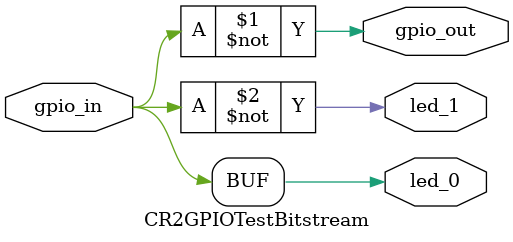
<source format=v>
`timescale 1ns / 1ps
/***********************************************************************************************************************
*                                                                                                                      *
* ANTIKERNEL v0.1                                                                                                      *
*                                                                                                                      *
* Copyright (c) 2012-2016 Andrew D. Zonenberg                                                                          *
* All rights reserved.                                                                                                 *
*                                                                                                                      *
* Redistribution and use in source and binary forms, with or without modification, are permitted provided that the     *
* following conditions are met:                                                                                        *
*                                                                                                                      *
*    * Redistributions of source code must retain the above copyright notice, this list of conditions, and the         *
*      following disclaimer.                                                                                           *
*                                                                                                                      *
*    * Redistributions in binary form must reproduce the above copyright notice, this list of conditions and the       *
*      following disclaimer in the documentation and/or other materials provided with the distribution.                *
*                                                                                                                      *
*    * Neither the name of the author nor the names of any contributors may be used to endorse or promote products     *
*      derived from this software without specific prior written permission.                                           *
*                                                                                                                      *
* THIS SOFTWARE IS PROVIDED BY THE AUTHORS "AS IS" AND ANY EXPRESS OR IMPLIED WARRANTIES, INCLUDING, BUT NOT LIMITED   *
* TO, THE IMPLIED WARRANTIES OF MERCHANTABILITY AND FITNESS FOR A PARTICULAR PURPOSE ARE DISCLAIMED. IN NO EVENT SHALL *
* THE AUTHORS BE HELD LIABLE FOR ANY DIRECT, INDIRECT, INCIDENTAL, SPECIAL, EXEMPLARY, OR CONSEQUENTIAL DAMAGES        *
* (INCLUDING, BUT NOT LIMITED TO, PROCUREMENT OF SUBSTITUTE GOODS OR SERVICES; LOSS OF USE, DATA, OR PROFITS; OR       *
* BUSINESS INTERRUPTION) HOWEVER CAUSED AND ON ANY THEORY OF LIABILITY, WHETHER IN CONTRACT, STRICT LIABILITY, OR TORT *
* (INCLUDING NEGLIGENCE OR OTHERWISE) ARISING IN ANY WAY OUT OF THE USE OF THIS SOFTWARE, EVEN IF ADVISED OF THE       *
* POSSIBILITY OF SUCH DAMAGE.                                                                                          *
*                                                                                                                      *
***********************************************************************************************************************/

/**
	@file
	@author Andrew D. Zonenberg
	@brief Test bitstream for CR-II dev board. Simple loopback with two inverted and one non-inverted output.
 */

module CR2GPIOTestBitstream(gpio_in, gpio_out, led_0, led_1);
	input wire gpio_in;
	output wire gpio_out;
	output wire led_0;
	output wire led_1;
	
	assign gpio_out = ~gpio_in;
	assign led_0 = gpio_in;
	assign led_1 = ~gpio_in;
endmodule


</source>
